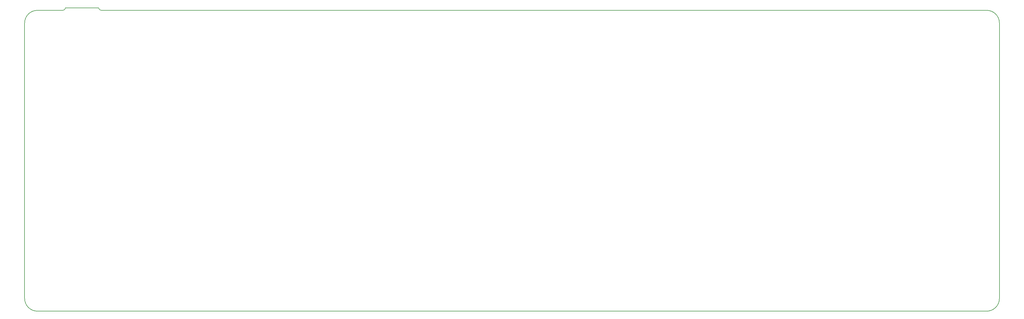
<source format=gm1>
G04 #@! TF.GenerationSoftware,KiCad,Pcbnew,(5.1.4)-1*
G04 #@! TF.CreationDate,2021-07-17T18:01:22+09:00*
G04 #@! TF.ProjectId,JP65,4a503635-2e6b-4696-9361-645f70636258,rev?*
G04 #@! TF.SameCoordinates,Original*
G04 #@! TF.FileFunction,Profile,NP*
%FSLAX46Y46*%
G04 Gerber Fmt 4.6, Leading zero omitted, Abs format (unit mm)*
G04 Created by KiCad (PCBNEW (5.1.4)-1) date 2021-07-17 18:01:22*
%MOMM*%
%LPD*%
G04 APERTURE LIST*
%ADD10C,0.150000*%
G04 APERTURE END LIST*
D10*
X129381250Y-173037500D02*
G75*
G03X125412500Y-177006250I0J-3968750D01*
G01*
X428625000Y-177006250D02*
G75*
G03X424656250Y-173037500I-3968750J0D01*
G01*
X424656250Y-266700000D02*
G75*
G03X428625000Y-262731250I0J3968750D01*
G01*
X125412500Y-262731250D02*
G75*
G03X129381250Y-266700000I3968750J0D01*
G01*
X125412500Y-262731250D02*
X125412500Y-177006250D01*
X428625000Y-177006250D02*
X428625000Y-262731250D01*
X424656250Y-266700000D02*
X129381250Y-266700000D01*
X424656250Y-173037500D02*
X149225000Y-173037500D01*
X137318750Y-173037500D02*
X129381250Y-173037500D01*
X148431250Y-172243750D02*
G75*
G03X149225000Y-173037500I793750J0D01*
G01*
X137318750Y-173037500D02*
G75*
G03X138112500Y-172243750I0J793750D01*
G01*
X138112500Y-172243750D02*
X148431250Y-172243750D01*
M02*

</source>
